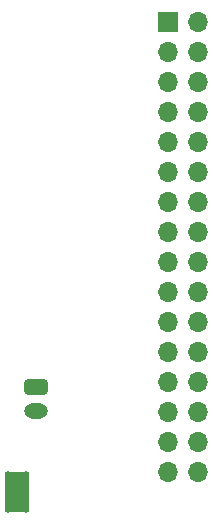
<source format=gbr>
%TF.GenerationSoftware,KiCad,Pcbnew,9.0.0*%
%TF.CreationDate,2025-03-28T03:05:09+02:00*%
%TF.ProjectId,PCB,5043422e-6b69-4636-9164-5f7063625858,rev?*%
%TF.SameCoordinates,Original*%
%TF.FileFunction,Copper,L2,Bot*%
%TF.FilePolarity,Positive*%
%FSLAX46Y46*%
G04 Gerber Fmt 4.6, Leading zero omitted, Abs format (unit mm)*
G04 Created by KiCad (PCBNEW 9.0.0) date 2025-03-28 03:05:09*
%MOMM*%
%LPD*%
G01*
G04 APERTURE LIST*
G04 Aperture macros list*
%AMRoundRect*
0 Rectangle with rounded corners*
0 $1 Rounding radius*
0 $2 $3 $4 $5 $6 $7 $8 $9 X,Y pos of 4 corners*
0 Add a 4 corners polygon primitive as box body*
4,1,4,$2,$3,$4,$5,$6,$7,$8,$9,$2,$3,0*
0 Add four circle primitives for the rounded corners*
1,1,$1+$1,$2,$3*
1,1,$1+$1,$4,$5*
1,1,$1+$1,$6,$7*
1,1,$1+$1,$8,$9*
0 Add four rect primitives between the rounded corners*
20,1,$1+$1,$2,$3,$4,$5,0*
20,1,$1+$1,$4,$5,$6,$7,0*
20,1,$1+$1,$6,$7,$8,$9,0*
20,1,$1+$1,$8,$9,$2,$3,0*%
G04 Aperture macros list end*
%TA.AperFunction,HeatsinkPad*%
%ADD10C,0.500000*%
%TD*%
%TA.AperFunction,HeatsinkPad*%
%ADD11R,2.000000X3.500000*%
%TD*%
%TA.AperFunction,ComponentPad*%
%ADD12R,1.700000X1.700000*%
%TD*%
%TA.AperFunction,ComponentPad*%
%ADD13O,1.700000X1.700000*%
%TD*%
%TA.AperFunction,ComponentPad*%
%ADD14RoundRect,0.250000X-0.750000X-0.400000X0.750000X-0.400000X0.750000X0.400000X-0.750000X0.400000X0*%
%TD*%
%TA.AperFunction,ComponentPad*%
%ADD15O,2.000000X1.300000*%
%TD*%
G04 APERTURE END LIST*
D10*
%TO.P,U4,17,GND*%
%TO.N,GND*%
X103672600Y-111052500D03*
X103672600Y-112552500D03*
X103672600Y-114052500D03*
D11*
X104422600Y-112552500D03*
D10*
X105172600Y-111052500D03*
X105172600Y-112552500D03*
X105172600Y-114052500D03*
%TD*%
D12*
%TO.P,J3,1,Pin_1*%
%TO.N,MOTOR2_B_OUT*%
X117197600Y-72807500D03*
D13*
%TO.P,J3,2,Pin_2*%
%TO.N,MOTOR2_A_OUT*%
X119737600Y-72807500D03*
%TO.P,J3,3,Pin_3*%
%TO.N,MOTOR4_A_OUT*%
X117197600Y-75347500D03*
%TO.P,J3,4,Pin_4*%
%TO.N,MOTOR2_CTRL1*%
X119737600Y-75347500D03*
%TO.P,J3,5,Pin_5*%
%TO.N,MOTOR4_B_OUT*%
X117197600Y-77887500D03*
%TO.P,J3,6,Pin_6*%
%TO.N,MOTOR2_CTRL2*%
X119737600Y-77887500D03*
%TO.P,J3,7,Pin_7*%
%TO.N,CTRL_EXT_LOAD2*%
X117197600Y-80427500D03*
%TO.P,J3,8,Pin_8*%
%TO.N,MOTOR4_CTRL1*%
X119737600Y-80427500D03*
%TO.P,J3,9,Pin_9*%
%TO.N,unconnected-(J3-Pin_9-Pad9)*%
X117197600Y-82967500D03*
%TO.P,J3,10,Pin_10*%
%TO.N,MOTOR4_CTRL2*%
X119737600Y-82967500D03*
%TO.P,J3,11,Pin_11*%
%TO.N,EXT_LOAD2_OUT*%
X117197600Y-85507500D03*
%TO.P,J3,12,Pin_12*%
%TO.N,unconnected-(J3-Pin_12-Pad12)*%
X119737600Y-85507500D03*
%TO.P,J3,13,Pin_13*%
%TO.N,FAST_CHARGE_CTRL*%
X117197600Y-88047500D03*
%TO.P,J3,14,Pin_14*%
%TO.N,Battery*%
X119737600Y-88047500D03*
%TO.P,J3,15,Pin_15*%
%TO.N,unconnected-(J3-Pin_15-Pad15)*%
X117197600Y-90587500D03*
%TO.P,J3,16,Pin_16*%
%TO.N,I2C1_SCL*%
X119737600Y-90587500D03*
%TO.P,J3,17,Pin_17*%
%TO.N,I2C1_SDA*%
X117197600Y-93127500D03*
%TO.P,J3,18,Pin_18*%
%TO.N,/3V3_Out*%
X119737600Y-93127500D03*
%TO.P,J3,19,Pin_19*%
%TO.N,GND*%
X117197600Y-95667500D03*
%TO.P,J3,20,Pin_20*%
%TO.N,/5V_Out*%
X119737600Y-95667500D03*
%TO.P,J3,21,Pin_21*%
%TO.N,EXT_LOAD1_OUT*%
X117197600Y-98207500D03*
%TO.P,J3,22,Pin_22*%
%TO.N,High_Voltage_(9V)*%
X119737600Y-98207500D03*
%TO.P,J3,23,Pin_23*%
%TO.N,GND*%
X117197600Y-100747500D03*
%TO.P,J3,24,Pin_24*%
%TO.N,MOTOR3_CTRL1*%
X119737600Y-100747500D03*
%TO.P,J3,25,Pin_25*%
%TO.N,CTRL_EXT_LOAD1*%
X117197600Y-103287500D03*
%TO.P,J3,26,Pin_26*%
%TO.N,MOTOR3_CTRL2*%
X119737600Y-103287500D03*
%TO.P,J3,27,Pin_27*%
%TO.N,MOTOR3_A_OUT*%
X117197600Y-105827500D03*
%TO.P,J3,28,Pin_28*%
%TO.N,MOTOR1_CTRL1*%
X119737600Y-105827500D03*
%TO.P,J3,29,Pin_29*%
%TO.N,MOTOR3_B_OUT*%
X117197600Y-108367500D03*
%TO.P,J3,30,Pin_30*%
%TO.N,MOTOR1_CTRL2*%
X119737600Y-108367500D03*
%TO.P,J3,31,Pin_31*%
%TO.N,MOTOR1_B_OUT*%
X117197600Y-110907500D03*
%TO.P,J3,32,Pin_32*%
%TO.N,MOTOR1_A_OUT*%
X119737600Y-110907500D03*
%TD*%
D14*
%TO.P,J1,1,Pin_1*%
%TO.N,unconnected-(J1-Pin_1-Pad1)*%
X106047600Y-103707500D03*
D15*
%TO.P,J1,2,Pin_2*%
%TO.N,GND*%
X106047600Y-105707500D03*
%TD*%
M02*

</source>
